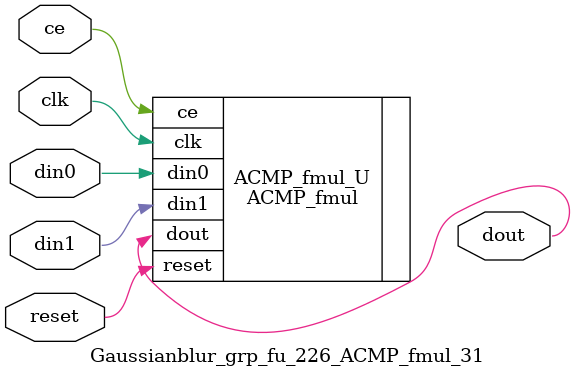
<source format=v>

`timescale 1 ns / 1 ps
module Gaussianblur_grp_fu_226_ACMP_fmul_31(
    clk,
    reset,
    ce,
    din0,
    din1,
    dout);

parameter ID = 32'd1;
parameter NUM_STAGE = 32'd1;
parameter din0_WIDTH = 32'd1;
parameter din1_WIDTH = 32'd1;
parameter dout_WIDTH = 32'd1;
input clk;
input reset;
input ce;
input[din0_WIDTH - 1:0] din0;
input[din1_WIDTH - 1:0] din1;
output[dout_WIDTH - 1:0] dout;



ACMP_fmul #(
.ID( ID ),
.NUM_STAGE( 4 ),
.din0_WIDTH( din0_WIDTH ),
.din1_WIDTH( din1_WIDTH ),
.dout_WIDTH( dout_WIDTH ))
ACMP_fmul_U(
    .clk( clk ),
    .reset( reset ),
    .ce( ce ),
    .din0( din0 ),
    .din1( din1 ),
    .dout( dout ));

endmodule

</source>
